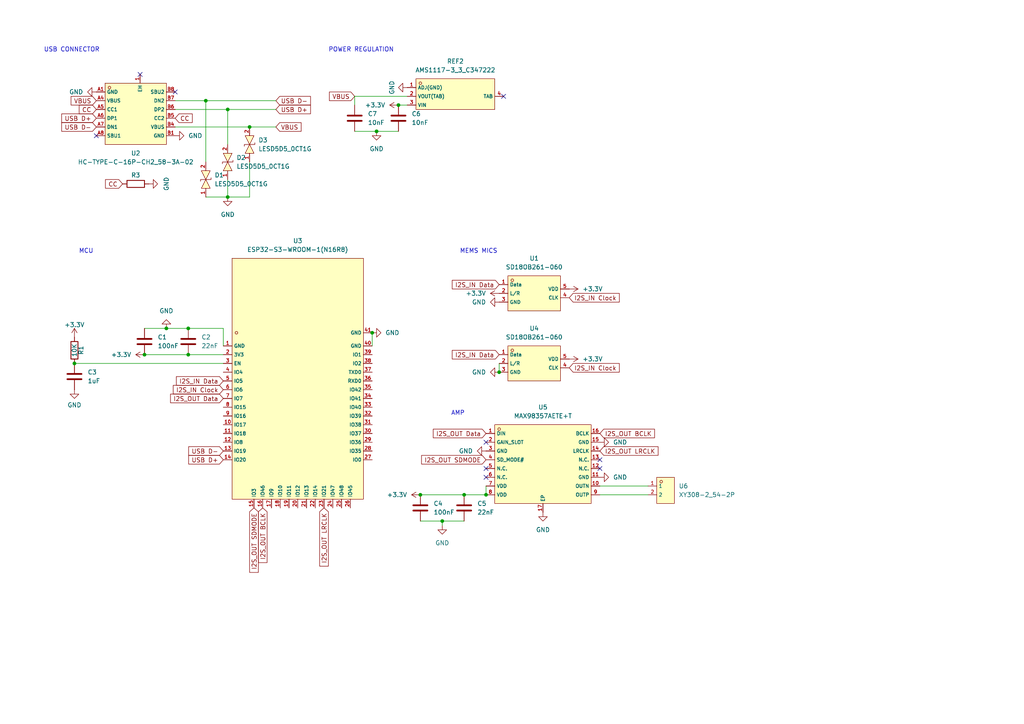
<source format=kicad_sch>
(kicad_sch (version 20230121) (generator eeschema)
  (paper "A4")
  (lib_symbols
    (symbol "AMS1117-3_3_C347222:AMS1117-3_3_C347222"
      (property "Reference" "REF" (at 0 1.27 0))
      (property "Value" "AMS1117-3_3_C347222" (at 0 -2.54 0))
      (symbol "AMS1117-3_3_C347222_0_1"
        (rectangle (start -12.7 5.08) (end 10.16 -3.81) (fill (type background)))
        (circle (center -11.43 3.81) (radius 0.381) (fill (type background)))
        (pin unspecified line (at -15.24 2.54 0) (length 2.54) (name "ADJ(GND)") (number "1"))
        (pin unspecified line (at -15.24 0 0) (length 2.54) (name "VOUT(TAB)") (number "2"))
        (pin unspecified line (at -15.24 -2.54 0) (length 2.54) (name "VIN") (number "3"))
        (pin unspecified line (at 12.7 0 180) (length 2.54) (name "TAB") (number "4"))
      )
    )
    (symbol "Device:C" (pin_numbers hide) (pin_names (offset 0.254))
      (property "Reference" "C" (at 0.635 2.54 0))
      (property "Value" "C" (at 0.635 -2.54 0))
      (symbol "C_0_1"
        (polyline (pts (xy -2.032 -0.762) (xy 2.032 -0.762)) (stroke (width 0.508)))
        (polyline (pts (xy -2.032 0.762) (xy 2.032 0.762)) (stroke (width 0.508)))
      )
      (symbol "C_1_1"
        (pin passive line (at 0 3.81 270) (length 2.794) (name "~") (number "1"))
        (pin passive line (at 0 -3.81 90) (length 2.794) (name "~") (number "2"))
      )
    )
    (symbol "Device:R" (pin_numbers hide) (pin_names (offset 0))
      (property "Reference" "R" (at 2.032 0 90))
      (property "Value" "R" (at 0 0 90))
      (symbol "R_0_1"
        (rectangle (start -1.016 -2.54) (end 1.016 2.54) (stroke (width 0.254)))
      )
      (symbol "R_1_1"
        (pin passive line (at 0 3.81 270) (length 1.27) (name "~") (number "1"))
        (pin passive line (at 0 -3.81 90) (length 1.27) (name "~") (number "2"))
      )
    )
    (symbol "ESP32-S3-WROOM-1(N16R8):ESP32-S3-WROOM-1(N16R8)"
      (property "Reference" "U" (at 0 1.27 0))
      (property "Value" "ESP32-S3-WROOM-1(N16R8)" (at 0 -2.54 0))
      (symbol "ESP32-S3-WROOM-1(N16R8)_0_1"
        (rectangle (start -19.05 36.8301) (end 19.05 -33.0201) (fill (type background)))
        (circle (center -17.78 15.24) (radius 0.381) (fill (type background)))
        (pin unspecified line (at -21.59 11.43 0) (length 2.54) (name "GND") (number "1"))
        (pin unspecified line (at -21.59 -11.43 0) (length 2.54) (name "IO17") (number "10"))
        (pin unspecified line (at -21.59 -13.97 0) (length 2.54) (name "IO18") (number "11"))
        (pin unspecified line (at -21.59 -16.51 0) (length 2.54) (name "IO8") (number "12"))
        (pin unspecified line (at -21.59 -19.05 0) (length 2.54) (name "IO19") (number "13"))
        (pin unspecified line (at -21.59 -21.59 0) (length 2.54) (name "IO20") (number "14"))
        (pin unspecified line (at -12.7 -35.56 90) (length 2.54) (name "IO3") (number "15"))
        (pin unspecified line (at -10.16 -35.56 90) (length 2.54) (name "IO46") (number "16"))
        (pin unspecified line (at -7.62 -35.56 90) (length 2.54) (name "IO9") (number "17"))
        (pin unspecified line (at -5.08 -35.56 90) (length 2.54) (name "IO10") (number "18"))
        (pin unspecified line (at -2.54 -35.56 90) (length 2.54) (name "IO11") (number "19"))
        (pin unspecified line (at -21.59 8.89 0) (length 2.54) (name "3V3") (number "2"))
        (pin unspecified line (at 0 -35.56 90) (length 2.54) (name "IO12") (number "20"))
        (pin unspecified line (at 2.54 -35.56 90) (length 2.54) (name "IO13") (number "21"))
        (pin unspecified line (at 5.08 -35.56 90) (length 2.54) (name "IO14") (number "22"))
        (pin unspecified line (at 7.62 -35.56 90) (length 2.54) (name "IO21") (number "23"))
        (pin unspecified line (at 10.16 -35.56 90) (length 2.54) (name "IO47") (number "24"))
        (pin unspecified line (at 12.7 -35.56 90) (length 2.54) (name "IO48") (number "25"))
        (pin unspecified line (at 15.24 -35.56 90) (length 2.54) (name "IO45") (number "26"))
        (pin unspecified line (at 21.59 -21.59 180) (length 2.54) (name "IO0") (number "27"))
        (pin unspecified line (at 21.59 -19.05 180) (length 2.54) (name "IO35") (number "28"))
        (pin unspecified line (at 21.59 -16.51 180) (length 2.54) (name "IO36") (number "29"))
        (pin unspecified line (at -21.59 6.35 0) (length 2.54) (name "EN") (number "3"))
        (pin unspecified line (at 21.59 -13.97 180) (length 2.54) (name "IO37") (number "30"))
        (pin unspecified line (at 21.59 -11.43 180) (length 2.54) (name "IO38") (number "31"))
        (pin unspecified line (at 21.59 -8.89 180) (length 2.54) (name "IO39") (number "32"))
        (pin unspecified line (at 21.59 -6.35 180) (length 2.54) (name "IO40") (number "33"))
        (pin unspecified line (at 21.59 -3.81 180) (length 2.54) (name "IO41") (number "34"))
        (pin unspecified line (at 21.59 -1.27 180) (length 2.54) (name "IO42") (number "35"))
        (pin unspecified line (at 21.59 1.27 180) (length 2.54) (name "RXD0") (number "36"))
        (pin unspecified line (at 21.59 3.81 180) (length 2.54) (name "TXD0") (number "37"))
        (pin unspecified line (at 21.59 6.35 180) (length 2.54) (name "IO2") (number "38"))
        (pin unspecified line (at 21.59 8.89 180) (length 2.54) (name "IO1") (number "39"))
        (pin unspecified line (at -21.59 3.81 0) (length 2.54) (name "IO4") (number "4"))
        (pin unspecified line (at 21.59 11.43 180) (length 2.54) (name "GND") (number "40"))
        (pin unspecified line (at 21.59 15.24 180) (length 2.54) (name "GND") (number "41"))
        (pin unspecified line (at -21.59 1.27 0) (length 2.54) (name "IO5") (number "5"))
        (pin unspecified line (at -21.59 -1.27 0) (length 2.54) (name "IO6") (number "6"))
        (pin unspecified line (at -21.59 -3.81 0) (length 2.54) (name "IO7") (number "7"))
        (pin unspecified line (at -21.59 -6.35 0) (length 2.54) (name "IO15") (number "8"))
        (pin unspecified line (at -21.59 -8.89 0) (length 2.54) (name "IO16") (number "9"))
      )
    )
    (symbol "GND_2" (power) (pin_names (offset 0))
      (property "Value" "GND_2" (at 0 -3.81 0))
      (symbol "GND_2_0_1"
        (polyline (pts (xy 0 0) (xy 0 -1.27) (xy 1.27 -1.27) (xy 0 -2.54) (xy -1.27 -1.27) (xy 0 -1.27)))
      )
      (symbol "GND_2_1_1"
        (pin power_in line (at 0 0 270) (length 0) hide (name "GND") (number "1"))
      )
    )
    (symbol "HC-TYPE-C-16P-CH2_58-3A-02:HC-TYPE-C-16P-CH2_58-3A-02"
      (property "Reference" "U" (at 0 1.27 0))
      (property "Value" "HC-TYPE-C-16P-CH2_58-3A-02" (at 0 -2.54 0))
      (symbol "HC-TYPE-C-16P-CH2_58-3A-02_0_1"
        (rectangle (start -10.16 10.16) (end 7.62 -7.62) (fill (type background)))
        (circle (center -8.89 8.89) (radius 0.381) (fill (type background)))
        (pin unspecified line (at 0 12.7 270) (length 2.54) (name "EH") (number "1"))
        (pin unspecified line (at -12.7 7.62 0) (length 2.54) (name "GND") (number "A1"))
        (pin unspecified line (at -12.7 5.08 0) (length 2.54) (name "VBUS") (number "A4"))
        (pin unspecified line (at -12.7 2.54 0) (length 2.54) (name "CC1") (number "A5"))
        (pin unspecified line (at -12.7 0 0) (length 2.54) (name "DP1") (number "A6"))
        (pin unspecified line (at -12.7 -2.54 0) (length 2.54) (name "DN1") (number "A7"))
        (pin unspecified line (at -12.7 -5.08 0) (length 2.54) (name "SBU1") (number "A8"))
        (pin unspecified line (at 10.16 -5.08 180) (length 2.54) (name "GND") (number "B1"))
        (pin unspecified line (at 10.16 -2.54 180) (length 2.54) (name "VBUS") (number "B4"))
        (pin unspecified line (at 10.16 0 180) (length 2.54) (name "CC2") (number "B5"))
        (pin unspecified line (at 10.16 2.54 180) (length 2.54) (name "DP2") (number "B6"))
        (pin unspecified line (at 10.16 5.08 180) (length 2.54) (name "DN2") (number "B7"))
        (pin unspecified line (at 10.16 7.62 180) (length 2.54) (name "SBU2") (number "B8"))
      )
    )
    (symbol "LESD5D5_0CT1G:LESD5D5_0CT1G" (pin_names hide)
      (property "Reference" "D" (at 0 1.27 0))
      (property "Value" "LESD5D5_0CT1G" (at 0 -2.54 0))
      (symbol "LESD5D5_0CT1G_0_1"
        (polyline (pts (xy -2.54 1.27) (xy 0 0) (xy -2.54 -1.27) (xy -2.54 1.27)) (fill (type background)))
        (polyline (pts (xy 2.54 1.27) (xy 0 0) (xy 2.54 -1.27) (xy 2.54 1.27)) (fill (type background)))
        (polyline (pts (xy -0.508 1.524) (xy -0.508 1.524) (xy 0 1.524) (xy 0 -1.524) (xy 0.508 -1.524) (xy 0.508 -1.524)))
        (pin unspecified line (at -5.08 0 0) (length 2.54) (name "1") (number "1"))
        (pin unspecified line (at 5.08 0 180) (length 2.54) (name "2") (number "2"))
      )
    )
    (symbol "MAX98357AETE+T:MAX98357AETE+T"
      (property "Reference" "U" (at 0 1.27 0))
      (property "Value" "MAX98357AETE+T" (at 0 -2.54 0))
      (symbol "MAX98357AETE+T_0_1"
        (rectangle (start -13.97 11.43) (end 13.97 -11.43) (fill (type background)))
        (circle (center -12.7 10.16) (radius 0.381) (fill (type background)))
        (pin unspecified line (at -16.51 8.89 0) (length 2.54) (name "DIN") (number "1"))
        (pin unspecified line (at 16.51 -6.35 180) (length 2.54) (name "OUTN") (number "10"))
        (pin unspecified line (at 16.51 -3.81 180) (length 2.54) (name "GND") (number "11"))
        (pin unspecified line (at 16.51 -1.27 180) (length 2.54) (name "N.C.") (number "12"))
        (pin unspecified line (at 16.51 1.27 180) (length 2.54) (name "N.C.") (number "13"))
        (pin unspecified line (at 16.51 3.81 180) (length 2.54) (name "LRCLK") (number "14"))
        (pin unspecified line (at 16.51 6.35 180) (length 2.54) (name "GND") (number "15"))
        (pin unspecified line (at 16.51 8.89 180) (length 2.54) (name "BCLK") (number "16"))
        (pin unspecified line (at 0 -13.97 90) (length 2.54) (name "EP") (number "17"))
        (pin unspecified line (at -16.51 6.35 0) (length 2.54) (name "GAIN_SLOT") (number "2"))
        (pin unspecified line (at -16.51 3.81 0) (length 2.54) (name "GND") (number "3"))
        (pin unspecified line (at -16.51 1.27 0) (length 2.54) (name "SD_MODE#") (number "4"))
        (pin unspecified line (at -16.51 -1.27 0) (length 2.54) (name "N.C.") (number "5"))
        (pin unspecified line (at -16.51 -3.81 0) (length 2.54) (name "N.C.") (number "6"))
        (pin unspecified line (at -16.51 -6.35 0) (length 2.54) (name "VDD") (number "7"))
        (pin unspecified line (at -16.51 -8.89 0) (length 2.54) (name "VDD") (number "8"))
        (pin unspecified line (at 16.51 -8.89 180) (length 2.54) (name "OUTP") (number "9"))
      )
    )
    (symbol "SD18OB261-060:SD18OB261-060"
      (property "Reference" "U" (at 0 1.27 0))
      (property "Value" "SD18OB261-060" (at 0 -2.54 0))
      (symbol "SD18OB261-060_0_1"
        (rectangle (start -7.62 5.08) (end 7.62 -5.08) (fill (type background)))
        (circle (center -6.35 3.81) (radius 0.381) (fill (type background)))
        (pin unspecified line (at -10.16 2.54 0) (length 2.54) (name "Data") (number "1"))
        (pin unspecified line (at -10.16 0 0) (length 2.54) (name "L/R") (number "2"))
        (pin unspecified line (at -10.16 -2.54 0) (length 2.54) (name "GND") (number "3"))
        (pin unspecified line (at 10.16 -1.27 180) (length 2.54) (name "CLK") (number "4"))
        (pin unspecified line (at 10.16 1.27 180) (length 2.54) (name "VDD") (number "5"))
      )
    )
    (symbol "XY308-2_54-2P:XY308-2_54-2P"
      (property "Reference" "U" (at 0 1.27 0))
      (property "Value" "XY308-2_54-2P" (at 0 -2.54 0))
      (symbol "XY308-2_54-2P_0_1"
        (rectangle (start -2.54 3.81) (end 2.54 -3.81) (fill (type background)))
        (circle (center -1.27 2.54) (radius 0.381) (fill (type background)))
        (pin unspecified line (at -5.08 1.27 0) (length 2.54) (name "1") (number "1"))
        (pin unspecified line (at -5.08 -1.27 0) (length 2.54) (name "2") (number "2"))
      )
    )
    (symbol "power:+3.3V" (power) (pin_names (offset 0))
      (property "Value" "+3.3V" (at 0 3.556 0))
      (symbol "+3.3V_0_1"
        (polyline (pts (xy -0.762 1.27) (xy 0 2.54)))
        (polyline (pts (xy 0 0) (xy 0 2.54)))
        (polyline (pts (xy 0 2.54) (xy 0.762 1.27)))
      )
      (symbol "+3.3V_1_1"
        (pin power_in line (at 0 0 90) (length 0) hide (name "+3.3V") (number "1"))
      )
    )
    (symbol "power:GND" (power) (pin_names (offset 0))
      (property "Value" "GND" (at 0 -3.81 0))
      (symbol "GND_0_1"
        (polyline (pts (xy 0 0) (xy 0 -1.27) (xy 1.27 -1.27) (xy 0 -2.54) (xy -1.27 -1.27) (xy 0 -1.27)))
      )
      (symbol "GND_1_1"
        (pin power_in line (at 0 0 270) (length 0) hide (name "GND") (number "1"))
      )
    )
  )
  (junction (at 41.91 102.87))
  (junction (at 21.59 105.41))
  (junction (at 72.39 36.83))
  (junction (at 134.62 143.51))
  (junction (at 115.57 30.48))
  (junction (at 66.04 57.15))
  (junction (at 54.61 95.25))
  (junction (at 107.95 96.52))
  (junction (at 48.26 95.25))
  (junction (at 140.97 143.51))
  (junction (at 66.04 31.75))
  (junction (at 59.69 29.21))
  (junction (at 109.22 38.1))
  (junction (at 128.27 151.13))
  (junction (at 144.78 107.95))
  (junction (at 121.92 143.51))
  (junction (at 54.61 102.87))
  (no_connect (at 27.94 39.37))
  (no_connect (at 140.97 135.89))
  (no_connect (at 173.99 135.89))
  (no_connect (at 50.8 26.67))
  (no_connect (at 173.99 133.35))
  (no_connect (at 140.97 128.27))
  (no_connect (at 146.05 27.94))
  (no_connect (at 40.64 21.59))
  (no_connect (at 140.97 138.43))
  (bus_entry (at -30.48 31.75) (size 2.54 2.54))
  (wire (pts (xy 64.77 100.33) (xy 64.77 95.25)))
  (wire (pts (xy 102.87 38.1) (xy 109.22 38.1)))
  (wire (pts (xy 72.39 36.83) (xy 80.01 36.83)))
  (wire (pts (xy 121.92 143.51) (xy 134.62 143.51)))
  (wire (pts (xy 54.61 95.25) (xy 64.77 95.25)))
  (wire (pts (xy 173.99 143.51) (xy 187.96 143.51)))
  (wire (pts (xy 144.78 105.41) (xy 144.78 107.95)))
  (wire (pts (xy 102.87 27.94) (xy 102.87 30.48)))
  (wire (pts (xy 121.92 151.13) (xy 128.27 151.13)))
  (wire (pts (xy 48.26 95.25) (xy 54.61 95.25)))
  (wire (pts (xy 21.59 105.41) (xy 64.77 105.41)))
  (wire (pts (xy 128.27 151.13) (xy 128.27 152.4)))
  (wire (pts (xy 50.8 31.75) (xy 66.04 31.75)))
  (wire (pts (xy 173.99 140.97) (xy 187.96 140.97)))
  (wire (pts (xy 59.69 29.21) (xy 80.01 29.21)))
  (wire (pts (xy 115.57 30.48) (xy 118.11 30.48)))
  (wire (pts (xy 109.22 38.1) (xy 115.57 38.1)))
  (wire (pts (xy 54.61 102.87) (xy 64.77 102.87)))
  (wire (pts (xy 72.39 57.15) (xy 66.04 57.15)))
  (wire (pts (xy 50.8 36.83) (xy 72.39 36.83)))
  (wire (pts (xy 102.87 27.94) (xy 118.11 27.94)))
  (wire (pts (xy 41.91 95.25) (xy 48.26 95.25)))
  (wire (pts (xy 72.39 46.99) (xy 72.39 57.15)))
  (wire (pts (xy 59.69 29.21) (xy 59.69 46.99)))
  (wire (pts (xy 50.8 29.21) (xy 59.69 29.21)))
  (wire (pts (xy 59.69 57.15) (xy 66.04 57.15)))
  (wire (pts (xy 134.62 143.51) (xy 140.97 143.51)))
  (wire (pts (xy 140.97 140.97) (xy 140.97 143.51)))
  (wire (pts (xy 66.04 52.07) (xy 66.04 57.15)))
  (wire (pts (xy 134.62 151.13) (xy 128.27 151.13)))
  (wire (pts (xy 107.95 96.52) (xy 107.95 100.33)))
  (wire (pts (xy 41.91 102.87) (xy 54.61 102.87)))
  (wire (pts (xy 66.04 31.75) (xy 66.04 41.91)))
  (wire (pts (xy 66.04 31.75) (xy 80.01 31.75)))
  (text "USB CONNECTOR" (at 12.7 15.24 0) (effects (font (size 1.27 1.27)) (justify left bottom)))
  (text "MCU" (at 22.86 73.66 0) (effects (font (size 1.27 1.27)) (justify left bottom)))
  (text "AMP" (at 130.81 120.65 0) (effects (font (size 1.27 1.27)) (justify left bottom)))
  (text "POWER REGULATION" (at 95.25 15.24 0) (effects (font (size 1.27 1.27)) (justify left bottom)))
  (text "MEMS MICS" (at 133.35 73.66 0) (effects (font (size 1.27 1.27)) (justify left bottom)))
  (global_label "I2S_OUT SDMODE" (shape input) (at 73.66 147.32 270) (property "Intersheetrefs" "${INTERSHEET_REFS}" (effects hide)))
  (global_label "USB D-" (shape input) (at 27.94 36.83 180) (property "Intersheetrefs" "${INTERSHEET_REFS}" (effects hide)))
  (global_label "USB D-" (shape input) (at 80.01 29.21 0) (property "Intersheetrefs" "${INTERSHEET_REFS}" (effects hide)))
  (global_label "USB D+" (shape input) (at 80.01 31.75 0) (property "Intersheetrefs" "${INTERSHEET_REFS}" (effects hide)))
  (global_label "CC" (shape input) (at 35.56 53.34 180) (property "Intersheetrefs" "${INTERSHEET_REFS}" (effects hide)))
  (global_label "I2S_OUT Data" (shape input) (at 140.97 125.73 180) (property "Intersheetrefs" "${INTERSHEET_REFS}" (effects hide)))
  (global_label "USB D+" (shape input) (at 64.77 133.35 180) (property "Intersheetrefs" "${INTERSHEET_REFS}" (effects hide)))
  (global_label "CC" (shape input) (at 50.8 34.29 0) (property "Intersheetrefs" "${INTERSHEET_REFS}" (effects hide)))
  (global_label "I2S_OUT SDMODE" (shape input) (at 140.97 133.35 180) (property "Intersheetrefs" "${INTERSHEET_REFS}" (effects hide)))
  (global_label "I2S_IN Clock" (shape input) (at 64.77 113.03 180) (property "Intersheetrefs" "${INTERSHEET_REFS}" (effects hide)))
  (global_label "USB D-" (shape input) (at 64.77 130.81 180) (property "Intersheetrefs" "${INTERSHEET_REFS}" (effects hide)))
  (global_label "I2S_OUT Data" (shape input) (at 64.77 115.57 180) (property "Intersheetrefs" "${INTERSHEET_REFS}" (effects hide)))
  (global_label "VBUS" (shape input) (at 80.01 36.83 0) (property "Intersheetrefs" "${INTERSHEET_REFS}" (effects hide)))
  (global_label "CC" (shape input) (at 27.94 31.75 180) (property "Intersheetrefs" "${INTERSHEET_REFS}" (effects hide)))
  (global_label "USB D+" (shape input) (at 27.94 34.29 180) (property "Intersheetrefs" "${INTERSHEET_REFS}" (effects hide)))
  (global_label "VBUS" (shape input) (at 27.94 29.21 180) (property "Intersheetrefs" "${INTERSHEET_REFS}" (effects hide)))
  (global_label "I2S_IN Clock" (shape input) (at 165.1 106.68 0) (property "Intersheetrefs" "${INTERSHEET_REFS}" (effects hide)))
  (global_label "I2S_OUT BCLK" (shape input) (at 76.2 147.32 270) (property "Intersheetrefs" "${INTERSHEET_REFS}" (effects hide)))
  (global_label "I2S_OUT LRCLK" (shape input) (at 93.98 147.32 270) (property "Intersheetrefs" "${INTERSHEET_REFS}" (effects hide)))
  (global_label "I2S_IN Data" (shape input) (at 144.78 82.55 180) (property "Intersheetrefs" "${INTERSHEET_REFS}" (effects hide)))
  (global_label "I2S_OUT LRCLK" (shape input) (at 173.99 130.81 0) (property "Intersheetrefs" "${INTERSHEET_REFS}" (effects hide)))
  (global_label "I2S_OUT BCLK" (shape input) (at 173.99 125.73 0) (property "Intersheetrefs" "${INTERSHEET_REFS}" (effects hide)))
  (global_label "VBUS" (shape input) (at 102.87 27.94 180) (property "Intersheetrefs" "${INTERSHEET_REFS}" (effects hide)))
  (global_label "I2S_IN Data" (shape input) (at 64.77 110.49 180) (property "Intersheetrefs" "${INTERSHEET_REFS}" (effects hide)))
  (global_label "I2S_IN Clock" (shape input) (at 165.1 86.36 0) (property "Intersheetrefs" "${INTERSHEET_REFS}" (effects hide)))
  (global_label "I2S_IN Data" (shape input) (at 144.78 102.87 180) (property "Intersheetrefs" "${INTERSHEET_REFS}" (effects hide)))
  (symbol (lib_id "power:GND") (at 21.59 113.03 0) (unit 1)
    (property "Reference" "#PWR08" (effects hide))
    (property "Value" "GND" (at 21.59 117.4734 0))
  )
  (symbol (lib_id "LESD5D5_0CT1G:LESD5D5_0CT1G") (at 66.04 46.99 90) (unit 1)
    (property "Reference" "D2" (at 68.58 45.72 90) (effects (justify right)))
    (property "Value" "LESD5D5_0CT1G" (at 68.58 48.26 90) (effects (justify right)))
    (property "Footprint" "footprint:SOD-523_L1.2-W0.8-LS1.6-BI" (effects hide))
    (property "Datasheet" "https://lcsc.com/product-detail/TVS_ESD5Z5V0C_C129211.html" (effects hide))
    (property "LCSC" "C383211" (effects hide))
  )
  (symbol (lib_id "power:GND") (at 118.11 25.4 270) (unit 1)
    (property "Reference" "#PWR01" (effects hide))
    (property "Value" "GND" (at 113.6666 25.4 0))
  )
  (symbol (lib_id "Device:R") (at 39.37 53.34 90) (unit 1)
    (property "Reference" "R3" (at 39.37 50.8 90))
    (property "Value" "5K1" (effects hide))
    (property "Footprint" "Resistor_SMD:R_0402_1005Metric" (effects hide))
  )
  (symbol (lib_id "power:GND") (at 173.99 138.43 90) (unit 1)
    (property "Reference" "#PWR014" (effects hide))
    (property "Value" "GND" (at 177.8 138.43 90) (effects (justify right)))
  )
  (symbol (lib_id "AMS1117-3_3_C347222:AMS1117-3_3_C347222") (at 133.35 27.94 0) (unit 1)
    (property "Reference" "REF2" (at 132.08 17.78 0))
    (property "Value" "AMS1117-3_3_C347222" (at 132.08 20.32 0))
    (property "Footprint" "footprint:SOT-223-4_L6.5-W3.5-P2.30-LS7.0-BR" (effects hide))
    (property "Datasheet" "https://item.szlcsc.com/84517.html" (effects hide))
    (property "LCSC" "C347222" (effects hide))
  )
  (symbol (lib_id "power:GND") (at 144.78 107.95 270) (unit 1)
    (property "Reference" "#PWR022" (effects hide))
    (property "Value" "GND" (at 140.97 107.95 90) (effects (justify right)))
  )
  (symbol (lib_id "SD18OB261-060:SD18OB261-060") (at 154.94 85.09 0) (unit 1)
    (property "Reference" "U1" (at 154.94 74.93 0))
    (property "Value" "SD18OB261-060" (at 154.94 77.47 0))
    (property "Footprint" "footprint:MIC-SMD_SD18OB261-060" (effects hide))
    (property "Datasheet" "https://atta.szlcsc.com/upload/public/pdf/source/20210913/6670B8732401CF4B9BDEEEE4CD0FFA88.pdf" (effects hide))
    (property "LCSC" "C2895290" (effects hide))
  )
  (symbol (lib_id "Device:C") (at 121.92 147.32 0) (unit 1)
    (property "Reference" "C4" (at 125.73 146.05 0) (effects (justify left)))
    (property "Value" "100nF" (at 125.73 148.59 0) (effects (justify left)))
    (property "Footprint" "Capacitor_SMD:C_0402_1005Metric" (effects hide))
  )
  (symbol (lib_id "Device:C") (at 54.61 99.06 0) (unit 1)
    (property "Reference" "C2" (at 58.42 97.79 0) (effects (justify left)))
    (property "Value" "22nF" (at 58.42 100.33 0) (effects (justify left)))
    (property "Footprint" "Capacitor_SMD:C_0402_1005Metric" (effects hide))
  )
  (symbol (lib_id "Device:C") (at 21.59 109.22 0) (unit 1)
    (property "Reference" "C3" (at 25.4 107.95 0) (effects (justify left)))
    (property "Value" "1uF" (at 25.4 110.49 0) (effects (justify left)))
    (property "Footprint" "Capacitor_SMD:C_0402_1005Metric" (effects hide))
  )
  (symbol (lib_id "Device:C") (at 134.62 147.32 0) (unit 1)
    (property "Reference" "C5" (at 138.43 146.05 0) (effects (justify left)))
    (property "Value" "22nF" (at 138.43 148.59 0) (effects (justify left)))
    (property "Footprint" "Capacitor_SMD:C_0402_1005Metric" (effects hide))
  )
  (symbol (lib_id "power:GND") (at 66.04 57.15 0) (unit 1)
    (property "Reference" "#PWR024" (effects hide))
    (property "Value" "GND" (at 66.04 62.23 0))
  )
  (symbol (lib_id "SD18OB261-060:SD18OB261-060") (at 154.94 105.41 0) (unit 1)
    (property "Reference" "U4" (at 154.94 95.25 0))
    (property "Value" "SD18OB261-060" (at 154.94 97.79 0))
    (property "Footprint" "footprint:MIC-SMD_SD18OB261-060" (effects hide))
    (property "Datasheet" "https://atta.szlcsc.com/upload/public/pdf/source/20210913/6670B8732401CF4B9BDEEEE4CD0FFA88.pdf" (effects hide))
    (property "LCSC" "C2895290" (effects hide))
  )
  (symbol (lib_id "power:+3.3V") (at 21.59 97.79 0) (unit 1)
    (property "Reference" "#PWR07" (effects hide))
    (property "Value" "+3.3V" (at 21.59 94.2142 0))
  )
  (symbol (lib_id "ESP32-S3-WROOM-1(N16R8):ESP32-S3-WROOM-1(N16R8)") (at 86.36 111.76 0) (unit 1)
    (property "Reference" "U3" (at 86.36 69.85 0))
    (property "Value" "ESP32-S3-WROOM-1(N16R8)" (at 86.36 72.39 0))
    (property "Footprint" "footprint:WIRELM-SMD_ESP32-S3-WROOM-1" (effects hide))
    (property "Datasheet" "https://www.mouser.cn/datasheet/2/891/Espressif_ESP32_S3_WROOM_1_1U_Preliminary-2530171.pdf" (effects hide))
    (property "LCSC" "C2913202" (effects hide))
  )
  (symbol (lib_id "Device:C") (at 115.57 34.29 0) (unit 1)
    (property "Reference" "C6" (at 119.38 33.02 0) (effects (justify left)))
    (property "Value" "10nF" (at 119.38 35.56 0) (effects (justify left)))
    (property "Footprint" "Capacitor_SMD:C_0402_1005Metric" (effects hide))
  )
  (symbol (lib_id "power:GND") (at 140.97 130.81 270) (unit 1)
    (property "Reference" "#PWR013" (effects hide))
    (property "Value" "GND" (at 137.16 130.81 90) (effects (justify right)))
  )
  (symbol (lib_id "power:+3.3V") (at 165.1 104.14 270) (unit 1)
    (property "Reference" "#PWR012" (effects hide))
    (property "Value" "+3.3V" (at 168.91 104.14 90) (effects (justify left)))
  )
  (symbol (lib_id "power:GND") (at 128.27 152.4 0) (unit 1)
    (property "Reference" "#PWR018" (effects hide))
    (property "Value" "GND" (at 128.27 157.48 0))
  )
  (symbol (lib_id "Device:R") (at 21.59 101.6 0) (unit 1)
    (property "Reference" "R1" (at 23.495 101.6 90))
    (property "Value" "10K" (at 21.59 101.6 90))
    (property "Footprint" "Resistor_SMD:R_0402_1005Metric" (effects hide))
  )
  (symbol (lib_id "Device:C") (at 41.91 99.06 0) (unit 1)
    (property "Reference" "C1" (at 45.72 97.79 0) (effects (justify left)))
    (property "Value" "100nF" (at 45.72 100.33 0) (effects (justify left)))
    (property "Footprint" "Capacitor_SMD:C_0402_1005Metric" (effects hide))
  )
  (symbol (lib_id "power:+3.3V") (at 144.78 85.09 90) (unit 1)
    (property "Reference" "#PWR017" (effects hide))
    (property "Value" "+3.3V" (at 140.97 85.09 90) (effects (justify left)))
  )
  (symbol (lib_id "LESD5D5_0CT1G:LESD5D5_0CT1G") (at 72.39 41.91 90) (unit 1)
    (property "Reference" "D3" (at 74.93 40.64 90) (effects (justify right)))
    (property "Value" "LESD5D5_0CT1G" (at 74.93 43.18 90) (effects (justify right)))
    (property "Footprint" "footprint:SOD-523_L1.2-W0.8-LS1.6-BI" (effects hide))
    (property "Datasheet" "https://lcsc.com/product-detail/TVS_ESD5Z5V0C_C129211.html" (effects hide))
    (property "LCSC" "C383211" (effects hide))
  )
  (symbol (lib_id "power:+3.3V") (at 41.91 102.87 90) (unit 1)
    (property "Reference" "#PWR05" (effects hide))
    (property "Value" "+3.3V" (at 38.1 102.87 90) (effects (justify left)))
  )
  (symbol (lib_id "MAX98357AETE+T:MAX98357AETE+T") (at 157.48 134.62 0) (unit 1)
    (property "Reference" "U5" (at 157.48 118.11 0))
    (property "Value" "MAX98357AETE+T" (at 157.48 120.65 0))
    (property "Footprint" "footprint:TQFN-16_L3.0-W3.0-P0.50-BL-EP1.5" (effects hide))
    (property "Datasheet" "https://item.szlcsc.com/533528.html" (effects hide))
    (property "LCSC" "C910544" (effects hide))
  )
  (symbol (lib_id "HC-TYPE-C-16P-CH2_58-3A-02:HC-TYPE-C-16P-CH2_58-3A-02") (at 40.64 34.29 0) (unit 1)
    (property "Reference" "U2" (at 39.37 44.45 0))
    (property "Value" "HC-TYPE-C-16P-CH2_58-3A-02" (at 39.37 46.99 0))
    (property "Footprint" "footprint:USB-C-SMD_HC-TYPE-C-16P-CH3.18-3A-02" (effects hide))
    (property "Datasheet" "https://atta.szlcsc.com/upload/public/pdf/source/20221207/9C36AF0686CA037D155C2E699122E569.pdf" (effects hide))
    (property "LCSC" "C5307759" (effects hide))
  )
  (symbol (lib_id "power:GND") (at 173.99 128.27 90) (unit 1)
    (property "Reference" "#PWR015" (effects hide))
    (property "Value" "GND" (at 177.8 128.27 90) (effects (justify right)))
  )
  (symbol (lib_id "power:+3.3V") (at 165.1 83.82 270) (unit 1)
    (property "Reference" "#PWR020" (effects hide))
    (property "Value" "+3.3V" (at 168.91 83.82 90) (effects (justify left)))
  )
  (symbol (lib_id "power:GND") (at 27.94 26.67 270) (unit 1)
    (property "Reference" "#PWR04" (effects hide))
    (property "Value" "GND" (at 24.13 26.67 90) (effects (justify right)))
  )
  (symbol (lib_id "power:GND") (at 109.22 38.1 0) (unit 1)
    (property "Reference" "#PWR03" (effects hide))
    (property "Value" "GND" (at 109.22 43.18 0))
  )
  (symbol (lib_id "power:GND") (at 48.26 95.25 180) (unit 1)
    (property "Reference" "#PWR09" (effects hide))
    (property "Value" "GND" (at 48.26 90.17 0))
  )
  (symbol (lib_id "power:+3.3V") (at 121.92 143.51 90) (unit 1)
    (property "Reference" "#PWR019" (effects hide))
    (property "Value" "+3.3V" (at 118.11 143.51 90) (effects (justify left)))
  )
  (symbol (lib_id "power:GND") (at 50.8 39.37 90) (unit 1)
    (property "Reference" "#PWR011" (effects hide))
    (property "Value" "GND" (at 54.61 39.37 90) (effects (justify right)))
  )
  (symbol (lib_id "power:GND") (at 157.48 148.59 0) (unit 1)
    (property "Reference" "#PWR016" (effects hide))
    (property "Value" "GND" (at 157.48 153.67 0))
  )
  (symbol (lib_id "LESD5D5_0CT1G:LESD5D5_0CT1G") (at 59.69 52.07 90) (unit 1)
    (property "Reference" "D1" (at 62.23 50.8 90) (effects (justify right)))
    (property "Value" "LESD5D5_0CT1G" (at 62.23 53.34 90) (effects (justify right)))
    (property "Footprint" "footprint:SOD-523_L1.2-W0.8-LS1.6-BI" (effects hide))
    (property "Datasheet" "https://lcsc.com/product-detail/TVS_ESD5Z5V0C_C129211.html" (effects hide))
    (property "LCSC" "C383211" (effects hide))
  )
  (symbol (lib_id "Device:C") (at 102.87 34.29 0) (unit 1)
    (property "Reference" "C7" (at 106.68 33.02 0) (effects (justify left)))
    (property "Value" "10nF" (at 106.68 35.56 0) (effects (justify left)))
    (property "Footprint" "Capacitor_SMD:C_0402_1005Metric" (effects hide))
  )
  (symbol (lib_id "power:GND") (at 144.78 87.63 270) (unit 1)
    (property "Reference" "#PWR023" (effects hide))
    (property "Value" "GND" (at 140.97 87.63 90) (effects (justify right)))
  )
  (symbol (lib_name "GND_2") (lib_id "power:GND") (at 43.18 53.34 90) (unit 1)
    (property "Reference" "#PWR021" (effects hide))
    (property "Value" "GND" (at 48.26 53.34 0))
  )
  (symbol (lib_id "power:+3.3V") (at 115.57 30.48 90) (unit 1)
    (property "Reference" "#PWR02" (effects hide))
    (property "Value" "+3.3V" (at 111.76 30.48 90) (effects (justify left)))
  )
  (symbol (lib_id "power:GND") (at 107.95 96.52 90) (unit 1)
    (property "Reference" "#PWR010" (effects hide))
    (property "Value" "GND" (at 111.76 96.52 90) (effects (justify right)))
  )
  (symbol (lib_id "XY308-2_54-2P:XY308-2_54-2P") (at 193.04 142.24 0) (unit 1)
    (property "Reference" "U6" (at 196.85 140.97 0) (effects (justify left)))
    (property "Value" "XY308-2_54-2P" (at 196.85 143.51 0) (effects (justify left)))
    (property "Footprint" "footprint:CONN-TH_XY308-2.54-2P" (effects hide))
    (property "Datasheet" "https://item.szlcsc.com/581048.html" (effects hide))
    (property "LCSC" "C557685" (effects hide))
  )
)
</source>
